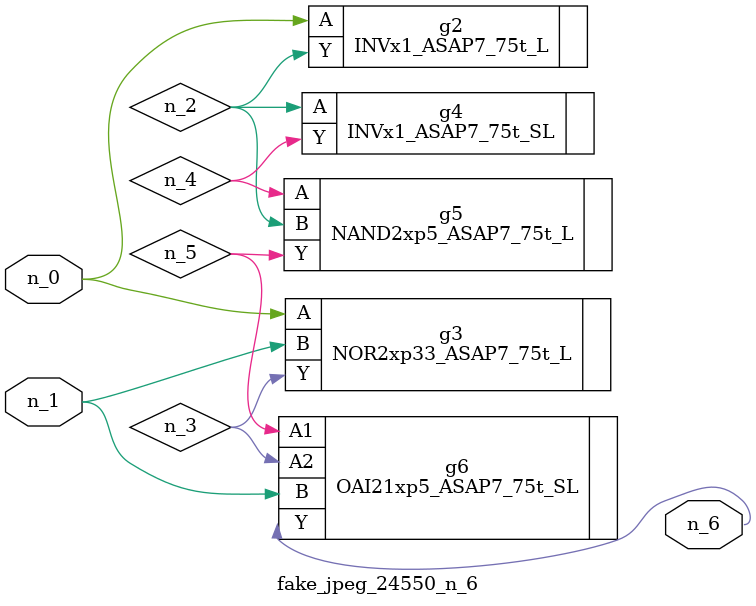
<source format=v>
module fake_jpeg_24550_n_6 (n_0, n_1, n_6);

input n_0;
input n_1;

output n_6;

wire n_2;
wire n_3;
wire n_4;
wire n_5;

INVx1_ASAP7_75t_L g2 ( 
.A(n_0),
.Y(n_2)
);

NOR2xp33_ASAP7_75t_L g3 ( 
.A(n_0),
.B(n_1),
.Y(n_3)
);

INVx1_ASAP7_75t_SL g4 ( 
.A(n_2),
.Y(n_4)
);

NAND2xp5_ASAP7_75t_L g5 ( 
.A(n_4),
.B(n_2),
.Y(n_5)
);

OAI21xp5_ASAP7_75t_SL g6 ( 
.A1(n_5),
.A2(n_3),
.B(n_1),
.Y(n_6)
);


endmodule
</source>
